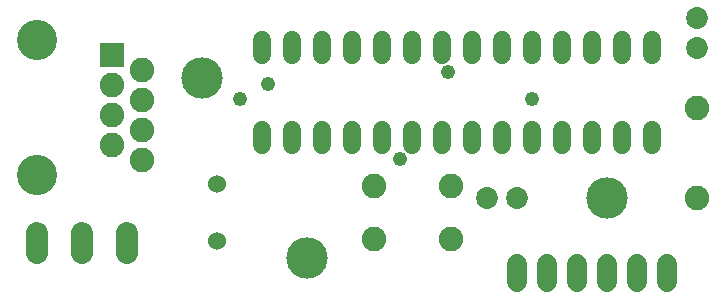
<source format=gts>
G75*
G70*
%OFA0B0*%
%FSLAX24Y24*%
%IPPOS*%
%LPD*%
%AMOC8*
5,1,8,0,0,1.08239X$1,22.5*
%
%ADD10C,0.0600*%
%ADD11C,0.1340*%
%ADD12C,0.0820*%
%ADD13R,0.0820X0.0820*%
%ADD14C,0.0600*%
%ADD15C,0.0730*%
%ADD16C,0.1380*%
%ADD17C,0.0740*%
%ADD18C,0.0680*%
%ADD19C,0.0480*%
D10*
X011903Y005583D02*
X011903Y006103D01*
X012903Y006103D02*
X012903Y005583D01*
X013903Y005583D02*
X013903Y006103D01*
X014903Y006103D02*
X014903Y005583D01*
X015903Y005583D02*
X015903Y006103D01*
X016903Y006103D02*
X016903Y005583D01*
X017903Y005583D02*
X017903Y006103D01*
X018903Y006103D02*
X018903Y005583D01*
X019903Y005583D02*
X019903Y006103D01*
X020903Y006103D02*
X020903Y005583D01*
X021903Y005583D02*
X021903Y006103D01*
X022903Y006103D02*
X022903Y005583D01*
X023903Y005583D02*
X023903Y006103D01*
X024903Y006103D02*
X024903Y005583D01*
X024903Y008583D02*
X024903Y009103D01*
X023903Y009103D02*
X023903Y008583D01*
X022903Y008583D02*
X022903Y009103D01*
X021903Y009103D02*
X021903Y008583D01*
X020903Y008583D02*
X020903Y009103D01*
X019903Y009103D02*
X019903Y008583D01*
X018903Y008583D02*
X018903Y009103D01*
X017903Y009103D02*
X017903Y008583D01*
X016903Y008583D02*
X016903Y009103D01*
X015903Y009103D02*
X015903Y008583D01*
X014903Y008583D02*
X014903Y009103D01*
X013903Y009103D02*
X013903Y008583D01*
X012903Y008583D02*
X012903Y009103D01*
X011903Y009103D02*
X011903Y008583D01*
D11*
X004403Y009093D03*
X004403Y004593D03*
D12*
X006903Y005593D03*
X007903Y006093D03*
X006903Y006593D03*
X007903Y007093D03*
X006903Y007593D03*
X007903Y008093D03*
X007903Y005093D03*
X015623Y004233D03*
X018183Y004233D03*
X018183Y002453D03*
X015623Y002453D03*
X026403Y003843D03*
X026403Y006843D03*
D13*
X006903Y008593D03*
D14*
X010403Y004293D03*
X010403Y002393D03*
D15*
X019403Y003843D03*
X020403Y003843D03*
X026403Y008843D03*
X026403Y009843D03*
D16*
X023403Y003843D03*
X013403Y001843D03*
X009903Y007843D03*
D17*
X004403Y002673D02*
X004403Y002013D01*
X005903Y002013D02*
X005903Y002673D01*
X007403Y002673D02*
X007403Y002013D01*
D18*
X020403Y001643D02*
X020403Y001043D01*
X021403Y001043D02*
X021403Y001643D01*
X022403Y001643D02*
X022403Y001043D01*
X023403Y001043D02*
X023403Y001643D01*
X024403Y001643D02*
X024403Y001043D01*
X025403Y001043D02*
X025403Y001643D01*
D19*
X016503Y005143D03*
X020903Y007143D03*
X018103Y008023D03*
X012103Y007623D03*
X011143Y007143D03*
M02*

</source>
